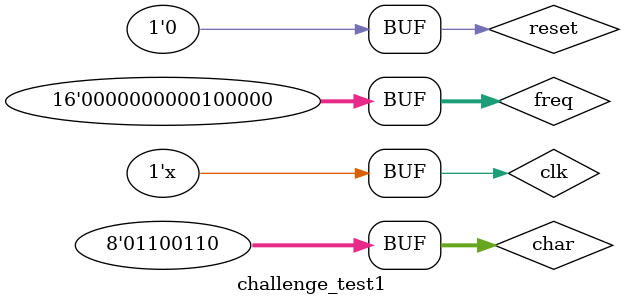
<source format=v>
`timescale 1ns / 1ps


module challenge_test1;

	// Inputs
	reg clk;
	reg reset;
	reg [7:0] char;
	reg [15:0] freq;

	// Outputs
	wire [1:0] format_type;
	wire [3:0] error_code;

	// Instantiate the Unit Under Test (UUT)
	cpu_checker uut (
		.clk(clk), 
		.reset(reset), 
		.char(char), 
		.freq(freq), 
		.format_type(format_type), 
		.error_code(error_code)
	);

	initial begin
		// Initialize Inputs
		clk = 0;
		reset = 0;
		char = 0;
		freq = 6'b100000;

		#10 char="^";
		#10 char="5";
		#10 char="@";
		#10 char="0";
		#10 char="0";
		#10 char="0";
		#10 char="0";
		#10 char="3";
		#10 char="0";
		#10 char="0";
		#10 char="0";
		#10 char=":";
		#10 char=8'd42;
		#10 char="0";
		#10 char="0";
		#10 char="0";
		#10 char="0";
		#10 char="0";
		#10 char="0";
		#10 char="8";
		#10 char="8";
		#10 char="<";
		#10 char="=";
		#10 char="f";
		#10 char="f";
		#10 char="f";
		#10 char="f";
		#10 char="b";
		#10 char="5";
		#10 char="2";
		#10 char="8";
		#10 char="#";
		#10 char="^";
		#10 char="2";
		#10 char="0";
		#10 char="@";
		#10 char="0";
		#10 char="0";
		#10 char="0";
		#10 char="0";
		#10 char="3";
		#10 char="0";
		#10 char="0";
		#10 char="0";
		#10 char=":";
		#10 char=8'd42;
		#10 char="0";
		#10 char="0";
		#10 char="0";
		#10 char="0";
		#10 char="0";
		#10 char="0";
		#10 char="8";
		#10 char="8";
		#10 char="<";
		#10 char="=";
		#10 char="f";
		#10 char="f";
		#10 char="f";
		#10 char="f";
		#10 char="b";
		#10 char="5";
		#10 char="2";
		#10 char="8";
		#10 char="#";
		#10 char=" ";
		#10 char="a";
		#10 char="d";
		#10 char="f";

	end
always #5 clk=~clk;  
endmodule


</source>
